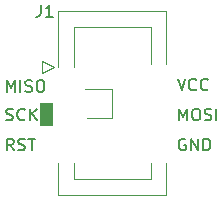
<source format=gbr>
%TF.GenerationSoftware,KiCad,Pcbnew,(5.1.8)-1*%
%TF.CreationDate,2021-11-24T15:46:35-08:00*%
%TF.ProjectId,ISP_SMT_Pogo_6p,4953505f-534d-4545-9f50-6f676f5f3670,rev?*%
%TF.SameCoordinates,Original*%
%TF.FileFunction,Legend,Top*%
%TF.FilePolarity,Positive*%
%FSLAX46Y46*%
G04 Gerber Fmt 4.6, Leading zero omitted, Abs format (unit mm)*
G04 Created by KiCad (PCBNEW (5.1.8)-1) date 2021-11-24 15:46:35*
%MOMM*%
%LPD*%
G01*
G04 APERTURE LIST*
%ADD10C,0.100000*%
%ADD11C,0.120000*%
%ADD12C,0.150000*%
G04 APERTURE END LIST*
D10*
G36*
X135128000Y-80010000D02*
G01*
X134112000Y-80010000D01*
X134112000Y-78105000D01*
X135128000Y-78105000D01*
X135128000Y-80010000D01*
G37*
X135128000Y-80010000D02*
X134112000Y-80010000D01*
X134112000Y-78105000D01*
X135128000Y-78105000D01*
X135128000Y-80010000D01*
D11*
X140208000Y-79375000D02*
X138049000Y-79375000D01*
X140208000Y-76962000D02*
X140208000Y-79375000D01*
X137922000Y-76962000D02*
X140208000Y-76962000D01*
D12*
X131844023Y-82113380D02*
X131510690Y-81637190D01*
X131272595Y-82113380D02*
X131272595Y-81113380D01*
X131653547Y-81113380D01*
X131748785Y-81161000D01*
X131796404Y-81208619D01*
X131844023Y-81303857D01*
X131844023Y-81446714D01*
X131796404Y-81541952D01*
X131748785Y-81589571D01*
X131653547Y-81637190D01*
X131272595Y-81637190D01*
X132224976Y-82065761D02*
X132367833Y-82113380D01*
X132605928Y-82113380D01*
X132701166Y-82065761D01*
X132748785Y-82018142D01*
X132796404Y-81922904D01*
X132796404Y-81827666D01*
X132748785Y-81732428D01*
X132701166Y-81684809D01*
X132605928Y-81637190D01*
X132415452Y-81589571D01*
X132320214Y-81541952D01*
X132272595Y-81494333D01*
X132224976Y-81399095D01*
X132224976Y-81303857D01*
X132272595Y-81208619D01*
X132320214Y-81161000D01*
X132415452Y-81113380D01*
X132653547Y-81113380D01*
X132796404Y-81161000D01*
X133082119Y-81113380D02*
X133653547Y-81113380D01*
X133367833Y-82113380D02*
X133367833Y-81113380D01*
X131224976Y-79525761D02*
X131367833Y-79573380D01*
X131605928Y-79573380D01*
X131701166Y-79525761D01*
X131748785Y-79478142D01*
X131796404Y-79382904D01*
X131796404Y-79287666D01*
X131748785Y-79192428D01*
X131701166Y-79144809D01*
X131605928Y-79097190D01*
X131415452Y-79049571D01*
X131320214Y-79001952D01*
X131272595Y-78954333D01*
X131224976Y-78859095D01*
X131224976Y-78763857D01*
X131272595Y-78668619D01*
X131320214Y-78621000D01*
X131415452Y-78573380D01*
X131653547Y-78573380D01*
X131796404Y-78621000D01*
X132796404Y-79478142D02*
X132748785Y-79525761D01*
X132605928Y-79573380D01*
X132510690Y-79573380D01*
X132367833Y-79525761D01*
X132272595Y-79430523D01*
X132224976Y-79335285D01*
X132177357Y-79144809D01*
X132177357Y-79001952D01*
X132224976Y-78811476D01*
X132272595Y-78716238D01*
X132367833Y-78621000D01*
X132510690Y-78573380D01*
X132605928Y-78573380D01*
X132748785Y-78621000D01*
X132796404Y-78668619D01*
X133224976Y-79573380D02*
X133224976Y-78573380D01*
X133796404Y-79573380D02*
X133367833Y-79001952D01*
X133796404Y-78573380D02*
X133224976Y-79144809D01*
X131272595Y-77160380D02*
X131272595Y-76160380D01*
X131605928Y-76874666D01*
X131939261Y-76160380D01*
X131939261Y-77160380D01*
X132415452Y-77160380D02*
X132415452Y-76160380D01*
X132844023Y-77112761D02*
X132986880Y-77160380D01*
X133224976Y-77160380D01*
X133320214Y-77112761D01*
X133367833Y-77065142D01*
X133415452Y-76969904D01*
X133415452Y-76874666D01*
X133367833Y-76779428D01*
X133320214Y-76731809D01*
X133224976Y-76684190D01*
X133034500Y-76636571D01*
X132939261Y-76588952D01*
X132891642Y-76541333D01*
X132844023Y-76446095D01*
X132844023Y-76350857D01*
X132891642Y-76255619D01*
X132939261Y-76208000D01*
X133034500Y-76160380D01*
X133272595Y-76160380D01*
X133415452Y-76208000D01*
X134034500Y-76160380D02*
X134224976Y-76160380D01*
X134320214Y-76208000D01*
X134415452Y-76303238D01*
X134463071Y-76493714D01*
X134463071Y-76827047D01*
X134415452Y-77017523D01*
X134320214Y-77112761D01*
X134224976Y-77160380D01*
X134034500Y-77160380D01*
X133939261Y-77112761D01*
X133844023Y-77017523D01*
X133796404Y-76827047D01*
X133796404Y-76493714D01*
X133844023Y-76303238D01*
X133939261Y-76208000D01*
X134034500Y-76160380D01*
X146401404Y-81161000D02*
X146306166Y-81113380D01*
X146163309Y-81113380D01*
X146020452Y-81161000D01*
X145925214Y-81256238D01*
X145877595Y-81351476D01*
X145829976Y-81541952D01*
X145829976Y-81684809D01*
X145877595Y-81875285D01*
X145925214Y-81970523D01*
X146020452Y-82065761D01*
X146163309Y-82113380D01*
X146258547Y-82113380D01*
X146401404Y-82065761D01*
X146449023Y-82018142D01*
X146449023Y-81684809D01*
X146258547Y-81684809D01*
X146877595Y-82113380D02*
X146877595Y-81113380D01*
X147449023Y-82113380D01*
X147449023Y-81113380D01*
X147925214Y-82113380D02*
X147925214Y-81113380D01*
X148163309Y-81113380D01*
X148306166Y-81161000D01*
X148401404Y-81256238D01*
X148449023Y-81351476D01*
X148496642Y-81541952D01*
X148496642Y-81684809D01*
X148449023Y-81875285D01*
X148401404Y-81970523D01*
X148306166Y-82065761D01*
X148163309Y-82113380D01*
X147925214Y-82113380D01*
X145877595Y-79573380D02*
X145877595Y-78573380D01*
X146210928Y-79287666D01*
X146544261Y-78573380D01*
X146544261Y-79573380D01*
X147210928Y-78573380D02*
X147401404Y-78573380D01*
X147496642Y-78621000D01*
X147591880Y-78716238D01*
X147639500Y-78906714D01*
X147639500Y-79240047D01*
X147591880Y-79430523D01*
X147496642Y-79525761D01*
X147401404Y-79573380D01*
X147210928Y-79573380D01*
X147115690Y-79525761D01*
X147020452Y-79430523D01*
X146972833Y-79240047D01*
X146972833Y-78906714D01*
X147020452Y-78716238D01*
X147115690Y-78621000D01*
X147210928Y-78573380D01*
X148020452Y-79525761D02*
X148163309Y-79573380D01*
X148401404Y-79573380D01*
X148496642Y-79525761D01*
X148544261Y-79478142D01*
X148591880Y-79382904D01*
X148591880Y-79287666D01*
X148544261Y-79192428D01*
X148496642Y-79144809D01*
X148401404Y-79097190D01*
X148210928Y-79049571D01*
X148115690Y-79001952D01*
X148068071Y-78954333D01*
X148020452Y-78859095D01*
X148020452Y-78763857D01*
X148068071Y-78668619D01*
X148115690Y-78621000D01*
X148210928Y-78573380D01*
X148449023Y-78573380D01*
X148591880Y-78621000D01*
X149020452Y-79573380D02*
X149020452Y-78573380D01*
X145734738Y-76033380D02*
X146068071Y-77033380D01*
X146401404Y-76033380D01*
X147306166Y-76938142D02*
X147258547Y-76985761D01*
X147115690Y-77033380D01*
X147020452Y-77033380D01*
X146877595Y-76985761D01*
X146782357Y-76890523D01*
X146734738Y-76795285D01*
X146687119Y-76604809D01*
X146687119Y-76461952D01*
X146734738Y-76271476D01*
X146782357Y-76176238D01*
X146877595Y-76081000D01*
X147020452Y-76033380D01*
X147115690Y-76033380D01*
X147258547Y-76081000D01*
X147306166Y-76128619D01*
X148306166Y-76938142D02*
X148258547Y-76985761D01*
X148115690Y-77033380D01*
X148020452Y-77033380D01*
X147877595Y-76985761D01*
X147782357Y-76890523D01*
X147734738Y-76795285D01*
X147687119Y-76604809D01*
X147687119Y-76461952D01*
X147734738Y-76271476D01*
X147782357Y-76176238D01*
X147877595Y-76081000D01*
X148020452Y-76033380D01*
X148115690Y-76033380D01*
X148258547Y-76081000D01*
X148306166Y-76128619D01*
D11*
%TO.C,J1*%
X135648000Y-70355000D02*
X144768000Y-70355000D01*
X144780000Y-83185000D02*
X144780000Y-85855000D01*
X144768000Y-85855000D02*
X135648000Y-85855000D01*
X135648000Y-85855000D02*
X135648000Y-83185000D01*
X136958000Y-75057000D02*
X136958000Y-71655000D01*
X136958000Y-71655000D02*
X143458000Y-71655000D01*
X143458000Y-83185000D02*
X143458000Y-84555000D01*
X143458000Y-84555000D02*
X136958000Y-84555000D01*
X136958000Y-84555000D02*
X136958000Y-83185000D01*
X135258000Y-75057000D02*
X134258000Y-74557000D01*
X134258000Y-74557000D02*
X134258000Y-75557000D01*
X134258000Y-75557000D02*
X135258000Y-75057000D01*
X144768000Y-70355000D02*
X144780000Y-74803000D01*
X135636000Y-70355000D02*
X135636000Y-75057000D01*
X143510000Y-71655000D02*
X143510000Y-74803000D01*
D12*
X134159666Y-69810380D02*
X134159666Y-70524666D01*
X134112047Y-70667523D01*
X134016809Y-70762761D01*
X133873952Y-70810380D01*
X133778714Y-70810380D01*
X135159666Y-70810380D02*
X134588238Y-70810380D01*
X134873952Y-70810380D02*
X134873952Y-69810380D01*
X134778714Y-69953238D01*
X134683476Y-70048476D01*
X134588238Y-70096095D01*
%TD*%
M02*

</source>
